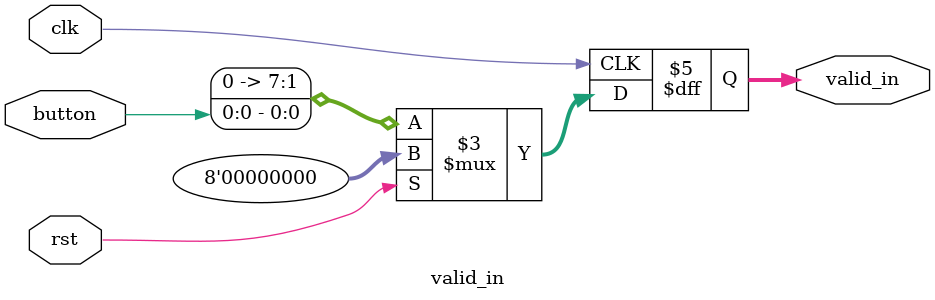
<source format=sv>
`timescale 1ns/1ns

module valid_in (valid_in, clk, rst, button);
	input clk;
	input rst;
	input button;
	output [7:0] valid_in;

  	reg[7:0] valid_in;
  
always @(posedge clk)
	begin
		if(rst)
			valid_in <= 0;
		else
			valid_in <= button;
			
	end
endmodule 

</source>
